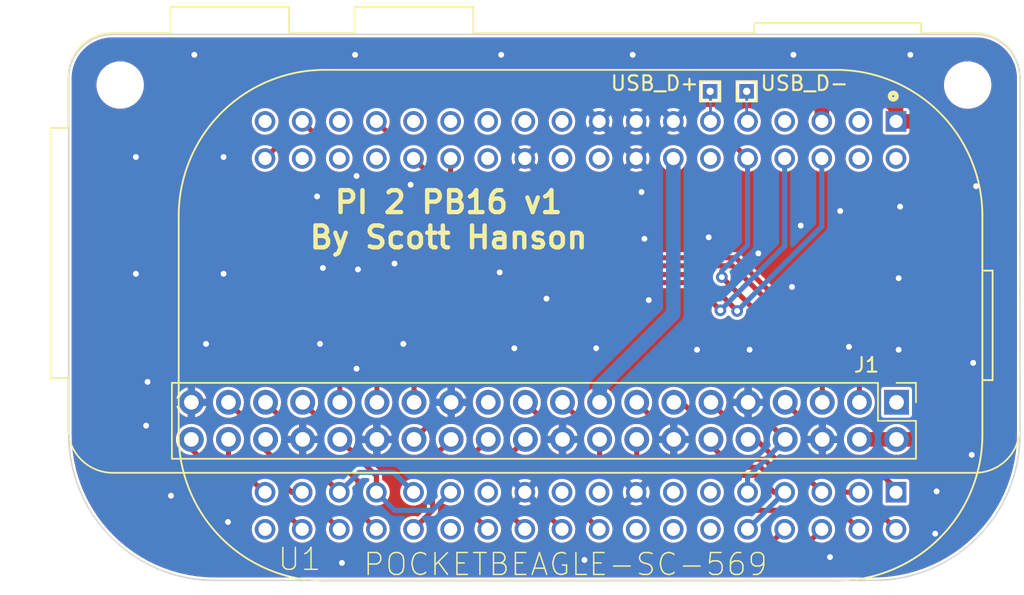
<source format=kicad_pcb>
(kicad_pcb (version 20211014) (generator pcbnew)
  (layers (0 "F.Cu" signal) (31 "B.Cu" signal) (34 "B.Paste" user) (35 "F.Paste" user) (36 "B.SilkS" user "B.Silkscreen") (37 "F.SilkS" user "F.Silkscreen") (38 "B.Mask" user) (39 "F.Mask" user) (44 "Edge.Cuts" user))
  (net 0 "")
  (net 2 "+5V")
  (net 3 "GND")
  (net 4 "+3V3")
  (net 5 "BTN1")
  (net 6 "BTN2")
  (net 8 "OUT18")
  (net 9 "DATA1")
  (net 10 "OUT17")
  (net 11 "DATA2")
  (net 12 "OUT20")
  (net 13 "DATA3")
  (net 14 "OUT19")
  (net 15 "DATA4")
  (net 17 "DATA5")
  (net 19 "DATA6")
  (net 20 "DATA7")
  (net 22 "DATA8")
  (net 29 "DATA10")
  (net 30 "DATA9")
  (net 31 "DATA12")
  (net 32 "DATA11")
  (net 33 "DATA13")
  (net 34 "DATA14")
  (net 35 "DATA15")
  (net 36 "DATA16")
  (net 51 "USB_D+")
  (net 52 "USB_D-")
  (net 57 "TXD1")
  (net 58 "I2C_SDA")
  (net 59 "I2C_SCL")
  (net 60 "V1_D13")
  (net 61 "V1_D16")
  (footprint "TestPoint:TestPoint_THTPad_1.0x1.0mm_Drill0.5mm" (layer "F.Cu") (at 179.8 41.5)
    (fp_text reference "TP1")
    (fp_text value "USB_D-" (at 3.95 -0.55) (layer "F.SilkS"))
    (fp_line (start -0.7 -0.7) (end 0.7 -0.7) (layer "F.SilkS") (width 0.12))
    (fp_line (start 0.7 -0.7) (end 0.7 0.7) (layer "F.SilkS") (width 0.12))
    (fp_line (start -0.7 0.7) (end -0.7 -0.7) (layer "F.SilkS") (width 0.12))
    (fp_line (start 0.7 0.7) (end -0.7 0.7) (layer "F.SilkS") (width 0.12))
    (pad "1" thru_hole rect (at 0 0) (size 1 1) (drill 0.5) (layers *.Cu *.Mask) (net 52 "USB_D-"))
  )
  (footprint "POCKETBEAGLE-SC-569:BEAGLE_POCKETBEAGLE-SC-569" (layer "F.Cu") (at 168.43 57.53 -90)
    (fp_text reference "U1" (at 16.02 19.23 180) (layer "F.SilkS") (effects (font (size 1.5 1.5) (thickness 0.1))))
    (fp_text value "POCKETBEAGLE-SC-569" (at 16.37 1.03 180) (layer "F.SilkS") (effects (font (size 1.5 1.5) (thickness 0.1))))
    (fp_line (start -3.75 -27.6) (end -3.75 -28.2) (layer "F.SilkS") (width 0.127))
    (fp_line (start -17.5 17.5) (end -17.5 -17.5) (layer "F.SilkS") (width 0.127))
    (fp_line (start 17.5 -17.5) (end 17.5 17.5) (layer "F.SilkS") (width 0.127))
    (fp_line (start 3.75 -28.2) (end 3.75 -27.6) (layer "F.SilkS") (width 0.127))
    (fp_line (start 7.5 27.5) (end -7.5 27.5) (layer "F.SilkS") (width 0.127))
    (fp_line (start -3.75 -28.2) (end 3.75 -28.2) (layer "F.SilkS") (width 0.127))
    (fp_line (start -7.5 -27.5) (end 7.5 -27.5) (layer "F.SilkS") (width 0.127))
    (fp_arc (start -7.5 27.5) (mid -14.571068 24.571068) (end -17.5 17.5) (layer "F.SilkS") (width 0.127))
    (fp_arc (start 17.5 17.5) (mid 14.571068 24.571068) (end 7.5 27.5) (layer "F.SilkS") (width 0.127))
    (fp_arc (start -17.5 -17.5) (mid -14.571068 -24.571068) (end -7.5 -27.5) (layer "F.SilkS") (width 0.127))
    (fp_arc (start 7.5 -27.5) (mid 14.571068 -24.571068) (end 17.5 -17.5) (layer "F.SilkS") (width 0.127))
    (fp_circle (center -15.7 -21.4) (end -15.4764 -21.4) (layer "F.SilkS") (width 0.3048) (fill none))
    (pad "P1_1" thru_hole rect locked (at -13.97 -21.59 270) (size 1.408 1.408) (drill 0.9) (layers *.Cu *.Mask) (net 2 "+5V"))
    (pad "P1_2" thru_hole circle locked (at -11.43 -21.59 270) (size 1.408 1.408) (drill 0.9) (layers *.Cu *.Mask))
    (pad "P1_3" thru_hole circle locked (at -13.97 -19.05 270) (size 1.408 1.408) (drill 0.9) (layers *.Cu *.Mask))
    (pad "P1_4" thru_hole circle locked (at -11.43 -19.05 270) (size 1.408 1.408) (drill 0.9) (layers *.Cu *.Mask))
    (pad "P1_5" thru_hole circle locked (at -13.97 -16.51 270) (size 1.408 1.408) (drill 0.9) (layers *.Cu *.Mask) (net 2 "+5V"))
    (pad "P1_6" thru_hole circle locked (at -11.43 -16.51 270) (size 1.408 1.408) (drill 0.9) (layers *.Cu *.Mask) (net 5 "BTN1"))
    (pad "P1_7" thru_hole circle locked (at -13.97 -13.97 270) (size 1.408 1.408) (drill 0.9) (layers *.Cu *.Mask))
    (pad "P1_8" thru_hole circle locked (at -11.43 -13.97 270) (size 1.408 1.408) (drill 0.9) (layers *.Cu *.Mask) (net 6 "BTN2"))
    (pad "P1_9" thru_hole circle locked (at -13.97 -11.43 270) (size 1.408 1.408) (drill 0.9) (layers *.Cu *.Mask) (net 52 "USB_D-"))
    (pad "P1_10" thru_hole circle locked (at -11.43 -11.43 270) (size 1.408 1.408) (drill 0.9) (layers *.Cu *.Mask) (net 57 "TXD1"))
    (pad "P1_11" thru_hole circle locked (at -13.97 -8.89 270) (size 1.408 1.408) (drill 0.9) (layers *.Cu *.Mask) (net 51 "USB_D+"))
    (pad "P1_12" thru_hole circle locked (at -11.43 -8.89 270) (size 1.408 1.408) (drill 0.9) (layers *.Cu *.Mask))
    (pad "P1_13" thru_hole circle locked (at -13.97 -6.35 270) (size 1.408 1.408) (drill 0.9) (layers *.Cu *.Mask) (net 3 "GND"))
    (pad "P1_14" thru_hole circle locked (at -11.43 -6.35 270) (size 1.408 1.408) (drill 0.9) (layers *.Cu *.Mask) (net 4 "+3V3"))
    (pad "P1_15" thru_hole circle locked (at -13.97 -3.81 270) (size 1.408 1.408) (drill 0.9) (layers *.Cu *.Mask) (net 3 "GND"))
    (pad "P1_16" thru_hole circle locked (at -11.43 -3.81 270) (size 1.408 1.408) (drill 0.9) (layers *.Cu *.Mask) (net 3 "GND"))
    (pad "P1_17" thru_hole circle locked (at -13.97 -1.27 270) (size 1.408 1.408) (drill 0.9) (layers *.Cu *.Mask) (net 3 "GND"))
    (pad "P1_18" thru_hole circle locked (at -11.43 -1.27 270) (size 1.408 1.408) (drill 0.9) (layers *.Cu *.Mask))
    (pad "P1_19" thru_hole circle locked (at -13.97 1.27 270) (size 1.408 1.408) (drill 0.9) (layers *.Cu *.Mask))
    (pad "P1_20" thru_hole circle locked (at -11.43 1.27 270) (size 1.408 1.408) (drill 0.9) (layers *.Cu *.Mask))
    (pad "P1_21" thru_hole circle locked (at -13.97 3.81 270) (size 1.408 1.408) (drill 0.9) (layers *.Cu *.Mask))
    (pad "P1_22" thru_hole circle locked (at -11.43 3.81 270) (size 1.408 1.408) (drill 0.9) (layers *.Cu *.Mask) (net 3 "GND"))
    (pad "P1_23" thru_hole circle locked (at -13.97 6.35 270) (size 1.408 1.408) (drill 0.9) (layers *.Cu *.Mask))
    (pad "P1_24" thru_hole circle locked (at -11.43 6.35 270) (size 1.408 1.408) (drill 0.9) (layers *.Cu *.Mask))
    (pad "P1_25" thru_hole circle locked (at -13.97 8.89 270) (size 1.408 1.408) (drill 0.9) (layers *.Cu *.Mask))
    (pad "P1_26" thru_hole circle locked (at -11.43 8.89 270) (size 1.408 1.408) (drill 0.9) (layers *.Cu *.Mask) (net 58 "I2C_SDA"))
    (pad "P1_27" thru_hole circle locked (at -13.97 11.43 270) (size 1.408 1.408) (drill 0.9) (layers *.Cu *.Mask))
    (pad "P1_28" thru_hole circle locked (at -11.43 11.43 270) (size 1.408 1.408) (drill 0.9) (layers *.Cu *.Mask) (net 59 "I2C_SCL"))
    (pad "P1_29" thru_hole circle locked (at -13.97 13.97 270) (size 1.408 1.408) (drill 0.9) (layers *.Cu *.Mask) (net 60 "V1_D13"))
    (pad "P1_30" thru_hole circle locked (at -11.43 13.97 270) (size 1.408 1.408) (drill 0.9) (layers *.Cu *.Mask))
    (pad "P1_31" thru_hole circle locked (at -13.97 16.51 270) (size 1.408 1.408) (drill 0.9) (layers *.Cu *.Mask))
    (pad "P1_32" thru_hole circle locked (at -11.43 16.51 270) (size 1.408 1.408) (drill 0.9) (layers *.Cu *.Mask))
    (pad "P1_33" thru_hole circle locked (at -13.97 19.05 270) (size 1.408 1.408) (drill 0.9) (layers *.Cu *.Mask) (net 61 "V1_D16"))
    (pad "P1_34" thru_hole circle locked (at -11.43 19.05 270) (size 1.408 1.408) (drill 0.9) (layers *.Cu *.Mask))
    (pad "P1_35" thru_hole circle locked (at -13.97 21.59 270) (size 1.408 1.408) (drill 0.9) (layers *.Cu *.Mask))
    (pad "P1_36" thru_hole circle locked (at -11.43 21.59 270) (size 1.408 1.408) (drill 0.9) (layers *.Cu *.Mask) (net 57 "TXD1"))
    (pad "P2_1" thru_hole rect locked (at 11.43 -21.59 270) (size 1.408 1.408) (drill 0.9) (layers *.Cu *.Mask) (net 36 "DATA16"))
    (pad "P2_2" thru_hole circle locked (at 13.97 -21.59 270) (size 1.408 1.408) (drill 0.9) (layers *.Cu *.Mask) (net 35 "DATA15"))
    (pad "P2_3" thru_hole circle locked (at 11.43 -19.05 270) (size 1.408 1.408) (drill 0.9) (layers *.Cu *.Mask) (net 34 "DATA14"))
    (pad "P2_4" thru_hole circle locked (at 13.97 -19.05 270) (size 1.408 1.408) (drill 0.9) (layers *.Cu *.Mask) (net 33 "DATA13"))
    (pad "P2_5" thru_hole circle locked (at 11.43 -16.51 270) (size 1.408 1.408) (drill 0.9) (layers *.Cu *.Mask) (net 32 "DATA11"))
    (pad "P2_6" thru_hole circle locked (at 13.97 -16.51 270) (size 1.408 1.408) (drill 0.9) (layers *.Cu *.Mask) (net 31 "DATA12"))
    (pad "P2_7" thru_hole circle locked (at 11.43 -13.97 270) (size 1.408 1.408) (drill 0.9) (layers *.Cu *.Mask) (net 30 "DATA9"))
    (pad "P2_8" thru_hole circle locked (at 13.97 -13.97 270) (size 1.408 1.408) (drill 0.9) (layers *.Cu *.Mask) (net 29 "DATA10"))
    (pad "P2_9" thru_hole circle locked (at 11.43 -11.43 270) (size 1.408 1.408) (drill 0.9) (layers *.Cu *.Mask) (net 57 "TXD1"))
    (pad "P2_10" thru_hole circle locked (at 13.97 -11.43 270) (size 1.408 1.408) (drill 0.9) (layers *.Cu *.Mask) (net 30 "DATA9"))
    (pad "P2_11" thru_hole circle locked (at 11.43 -8.89 270) (size 1.408 1.408) (drill 0.9) (layers *.Cu *.Mask))
    (pad "P2_12" thru_hole circle locked (at 13.97 -8.89 270) (size 1.408 1.408) (drill 0.9) (layers *.Cu *.Mask))
    (pad "P2_13" thru_hole circle locked (at 11.43 -6.35 270) (size 1.408 1.408) (drill 0.9) (layers *.Cu *.Mask))
    (pad "P2_14" thru_hole circle locked (at 13.97 -6.35 270) (size 1.408 1.408) (drill 0.9) (layers *.Cu *.Mask))
    (pad "P2_15" thru_hole circle locked (at 11.43 -3.81 270) (size 1.408 1.408) (drill 0.9) (layers *.Cu *.Mask) (net 3 "GND"))
    (pad "P2_16" thru_hole circle locked (at 13.97 -3.81 270) (size 1.408 1.408) (drill 0.9) (layers *.Cu *.Mask))
    (pad "P2_17" thru_hole circle locked (at 11.43 -1.27 270) (size 1.408 1.408) (drill 0.9) (layers *.Cu *.Mask))
    (pad "P2_18" thru_hole circle locked (at 13.97 -1.27 270) (size 1.408 1.408) (drill 0.9) (layers *.Cu *.Mask) (net 22 "DATA8"))
    (pad "P2_19" thru_hole circle locked (at 11.43 1.27 270) (size 1.408 1.408) (drill 0.9) (layers *.Cu *.Mask))
    (pad "P2_20" thru_hole circle locked (at 13.97 1.27 270) (size 1.408 1.408) (drill 0.9) (layers *.Cu *.Mask) (net 20 "DATA7"))
    (pad "P2_21" thru_hole circle locked (at 11.43 3.81 270) (size 1.408 1.408) (drill 0.9) (layers *.Cu *.Mask) (net 3 "GND"))
    (pad "P2_22" thru_hole circle locked (at 13.97 3.81 270) (size 1.408 1.408) (drill 0.9) (layers *.Cu *.Mask) (net 19 "DATA6"))
    (pad "P2_23" thru_hole circle locked (at 11.43 6.35 270) (size 1.408 1.408) (drill 0.9) (layers *.Cu *.Mask))
    (pad "P2_24" thru_hole circle locked (at 13.97 6.35 270) (size 1.408 1.408) (drill 0.9) (layers *.Cu *.Mask) (net 17 "DATA5"))
    (pad "P2_25" thru_hole circle locked (at 11.43 8.89 270) (size 1.408 1.408) (drill 0.9) (layers *.Cu *.Mask) (net 14 "OUT19"))
    (pad "P2_26" thru_hole circle locked (at 13.97 8.89 270) (size 1.408 1.408) (drill 0.9) (layers *.Cu *.Mask))
    (pad "P2_27" thru_hole circle locked (at 11.43 11.43 270) (size 1.408 1.408) (drill 0.9) (layers *.Cu *.Mask) (net 12 "OUT20"))
    (pad "P2_28" thru_hole circle locked (at 13.97 11.43 270) (size 1.408 1.408) (drill 0.9) (layers *.Cu *.Mask) (net 15 "DATA4"))
    (pad "P2_29" thru_hole circle locked (at 11.43 13.97 270) (size 1.408 1.408) (drill 0.9) (layers *.Cu *.Mask) (net 14 "OUT19"))
    (pad "P2_30" thru_hole circle locked (at 13.97 13.97 270) (size 1.408 1.408) (drill 0.9) (layers *.Cu *.Mask) (net 13 "DATA3"))
    (pad "P2_31" thru_hole circle locked (at 11.43 16.51 270) (size 1.408 1.408) (drill 0.9) (layers *.Cu *.Mask) (net 12 "OUT20"))
    (pad "P2_32" thru_hole circle locked (at 13.97 16.51 270) (size 1.408 1.408) (drill 0.9) (layers *.Cu *.Mask) (net 11 "DATA2"))
    (pad "P2_33" thru_hole circle locked (at 11.43 19.05 270) (size 1.408 1.408) (drill 0.9) (layers *.Cu *.Mask) (net 10 "OUT17"))
    (pad "P2_34" thru_hole circle locked (at 13.97 19.05 270) (size 1.408 1.408) (drill 0.9) (layers *.Cu *.Mask) (net 9 "DATA1"))
    (pad "P2_35" thru_hole circle locked (at 11.43 21.59 270) (size 1.408 1.408) (drill 0.9) (layers *.Cu *.Mask) (net 8 "OUT18"))
    (pad "P2_36" thru_hole circle locked (at 13.97 21.59 270) (size 1.408 1.408) (drill 0.9) (layers *.Cu *.Mask))
  )
  (footprint "TestPoint:TestPoint_THTPad_1.0x1.0mm_Drill0.5mm" (layer "F.Cu") (at 177.3 41.5)
    (fp_text reference "TP2")
    (fp_text value "USB_D+" (at -3.8 -0.55) (layer "F.SilkS"))
    (fp_line (start -0.7 0.7) (end -0.7 -0.7) (layer "F.SilkS") (width 0.12))
    (fp_line (start 0.7 0.7) (end -0.7 0.7) (layer "F.SilkS") (width 0.12))
    (fp_line (start 0.7 -0.7) (end 0.7 0.7) (layer "F.SilkS") (width 0.12))
    (fp_line (start -0.7 -0.7) (end 0.7 -0.7) (layer "F.SilkS") (width 0.12))
    (pad "1" thru_hole rect (at 0 0) (size 1 1) (drill 0.5) (layers *.Cu *.Mask) (net 51 "USB_D+"))
  )
  (footprint "Module:Raspberry_Pi_Zero_Socketed_THT_FaceDown_MountingHoles" (layer "B.Cu") (at 190.055 62.8 90)
    (fp_text reference "J1" (at 2.555 -2.055) (layer "F.SilkS"))
    (fp_text value "Raspberry_Pi_2_3")
    (fp_line (start 25.29 -28.97) (end 25.29 -9.74) (layer "F.SilkS") (width 0.12))
    (fp_line (start 18.79 -57.89) (end 18.79 -56.69) (layer "F.SilkS") (width 0.12))
    (fp_line (start 25.29 -9.74) (end 25.99 -9.74) (layer "F.SilkS") (width 0.12))
    (fp_line (start -3.87 1.33) (end -3.87 -49.59) (layer "F.SilkS") (width 0.12))
    (fp_line (start 27.09 -28.97) (end 25.29 -28.97) (layer "F.SilkS") (width 0.12))
    (fp_line (start 25.99 -9.74) (end 25.99 1.68) (layer "F.SilkS") (width 0.12))
    (fp_line (start 18.79 -56.69) (end 22.23 -56.69) (layer "F.SilkS") (width 0.12))
    (fp_line (start 1.67 -57.89) (end 18.79 -57.89) (layer "F.SilkS") (width 0.12))
    (fp_line (start -3.87 -49.59) (end 1.33 -49.59) (layer "F.SilkS") (width 0.12))
    (fp_line (start 25.99 1.68) (end 25.29 1.68) (layer "F.SilkS") (width 0.12))
    (fp_line (start 25.29 -53.63) (end 25.29 -49.69) (layer "F.SilkS") (width 0.12))
    (fp_line (start 25.29 -49.69) (end 27.09 -49.69) (layer "F.SilkS") (width 0.12))
    (fp_line (start 27.09 -37.09) (end 27.09 -28.97) (layer "F.SilkS") (width 0.12))
    (fp_line (start 1.33 1.33) (end 1.33 0) (layer "F.SilkS") (width 0.12))
    (fp_line (start -1.77 8.43) (end 22.23 8.43) (layer "F.SilkS") (width 0.12))
    (fp_line (start 0 1.33) (end 1.33 1.33) (layer "F.SilkS") (width 0.12))
    (fp_line (start 27.09 -41.57) (end 25.29 -41.57) (layer "F.SilkS") (width 0.12))
    (fp_line (start 25.29 -41.57) (end 25.29 -37.09) (layer "F.SilkS") (width 0.12))
    (fp_line (start 27.09 -49.69) (end 27.09 -41.57) (layer "F.SilkS") (width 0.12))
    (fp_line (start -4.83 -53.63) (end -4.83 5.37) (layer "F.SilkS") (width 0.12))
    (fp_line (start -3.87 1.33) (end -1.27 1.33) (layer "F.SilkS") (width 0.12))
    (fp_line (start 1.67 -56.69) (end 1.67 -57.89) (layer "F.SilkS") (width 0.12))
    (fp_line (start 1.67 -56.69) (end -1.77 -56.69) (layer "F.SilkS") (width 0.12))
    (fp_line (start -1.27 -1.27) (end 1.33 -1.27) (layer "F.SilkS") (width 0.12))
    (fp_line (start -1.27 1.33) (end -1.27 -1.27) (layer "F.SilkS") (width 0.12))
    (fp_line (start 1.33 -1.27) (end 1.33 -49.59) (layer "F.SilkS") (width 0.12))
    (fp_line (start 25.29 1.68) (end 25.29 5.37) (layer "F.SilkS") (width 0.12))
    (fp_line (start 25.29 -37.09) (end 27.09 -37.09) (layer "F.SilkS") (width 0.12))
    (fp_arc (start -1.77 8.43) (mid -3.933747 7.533747) (end -4.83 5.37) (layer "F.SilkS") (width 0.12))
    (fp_arc (start -4.83 -53.63) (mid -3.933747 -55.793747) (end -1.77 -56.69) (layer "F.SilkS") (width 0.12))
    (fp_arc (start 22.23 -56.69) (mid 24.393747 -55.793747) (end 25.29 -53.63) (layer "F.SilkS") (width 0.12))
    (fp_arc (start 25.29 5.37) (mid 24.393747 7.533747) (end 22.23 8.43) (layer "F.SilkS") (width 0.12))
    (pad "" np_thru_hole circle (at 21.73 -53.13) (size 2.75 2.75) (drill 2.75) (layers *.Cu *.Mask))
    (pad "" np_thru_hole circle (at 21.73 4.87) (size 2.75 2.75) (drill 2.75) (layers *.Cu *.Mask))
    (pad "1" thru_hole rect (at 0 0 90) (size 1.7 1.7) (drill 1) (layers *.Cu *.Mask))
    (pad "2" thru_hole oval (at -2.54 0 90) (size 1.7 1.7) (drill 1) (layers *.Cu *.Mask) (net 2 "+5V"))
    (pad "3" thru_hole oval (at 0 -2.54 90) (size 1.7 1.7) (drill 1) (layers *.Cu *.Mask) (net 58 "I2C_SDA"))
    (pad "4" thru_hole oval (at -2.54 -2.54 90) (size 1.7 1.7) (drill 1) (layers *.Cu *.Mask) (net 2 "+5V"))
    (pad "5" thru_hole oval (at 0 -5.08 90) (size 1.7 1.7) (drill 1) (layers *.Cu *.Mask) (net 59 "I2C_SCL"))
    (pad "6" thru_hole oval (at -2.54 -5.08 90) (size 1.7 1.7) (drill 1) (layers *.Cu *.Mask) (net 3 "GND"))
    (pad "7" thru_hole oval (at 0 -7.62 90) (size 1.7 1.7) (drill 1) (layers *.Cu *.Mask) (net 36 "DATA16"))
    (pad "8" thru_hole oval (at -2.54 -7.62 90) (size 1.7 1.7) (drill 1) (layers *.Cu *.Mask) (net 57 "TXD1"))
    (pad "9" thru_hole oval (at 0 -10.16 90) (size 1.7 1.7) (drill 1) (layers *.Cu *.Mask) (net 3 "GND"))
    (pad "10" thru_hole oval (at -2.54 -10.16 90) (size 1.7 1.7) (drill 1) (layers *.Cu *.Mask) (net 35 "DATA15"))
    (pad "11" thru_hole oval (at 0 -12.7 90) (size 1.7 1.7) (drill 1) (layers *.Cu *.Mask) (net 34 "DATA14"))
    (pad "12" thru_hole oval (at -2.54 -12.7 90) (size 1.7 1.7) (drill 1) (layers *.Cu *.Mask) (net 32 "DATA11"))
    (pad "13" thru_hole oval (at 0 -15.24 90) (size 1.7 1.7) (drill 1) (layers *.Cu *.Mask) (net 30 "DATA9"))
    (pad "14" thru_hole oval (at -2.54 -15.24 90) (size 1.7 1.7) (drill 1) (layers *.Cu *.Mask) (net 3 "GND"))
    (pad "15" thru_hole oval (at 0 -17.78 90) (size 1.7 1.7) (drill 1) (layers *.Cu *.Mask) (net 33 "DATA13"))
    (pad "16" thru_hole oval (at -2.54 -17.78 90) (size 1.7 1.7) (drill 1) (layers *.Cu *.Mask) (net 29 "DATA10"))
    (pad "17" thru_hole oval (at 0 -20.32 90) (size 1.7 1.7) (drill 1) (layers *.Cu *.Mask) (net 4 "+3V3"))
    (pad "18" thru_hole oval (at -2.54 -20.32 90) (size 1.7 1.7) (drill 1) (layers *.Cu *.Mask) (net 31 "DATA12"))
    (pad "19" thru_hole oval (at 0 -22.86 90) (size 1.7 1.7) (drill 1) (layers *.Cu *.Mask) (net 22 "DATA8"))
    (pad "20" thru_hole oval (at -2.54 -22.86 90) (size 1.7 1.7) (drill 1) (layers *.Cu *.Mask) (net 3 "GND"))
    (pad "21" thru_hole oval (at 0 -25.4 90) (size 1.7 1.7) (drill 1) (layers *.Cu *.Mask) (net 20 "DATA7"))
    (pad "22" thru_hole oval (at -2.54 -25.4 90) (size 1.7 1.7) (drill 1) (layers *.Cu *.Mask) (net 19 "DATA6"))
    (pad "23" thru_hole oval (at 0 -27.94 90) (size 1.7 1.7) (drill 1) (layers *.Cu *.Mask))
    (pad "24" thru_hole oval (at -2.54 -27.94 90) (size 1.7 1.7) (drill 1) (layers *.Cu *.Mask) (net 17 "DATA5"))
    (pad "25" thru_hole oval (at 0 -30.48 90) (size 1.7 1.7) (drill 1) (layers *.Cu *.Mask) (net 3 "GND"))
    (pad "26" thru_hole oval (at -2.54 -30.48 90) (size 1.7 1.7) (drill 1) (layers *.Cu *.Mask) (net 15 "DATA4"))
    (pad "27" thru_hole oval (at 0 -33.02 90) (size 1.7 1.7) (drill 1) (layers *.Cu *.Mask) (net 5 "BTN1"))
    (pad "28" thru_hole oval (at -2.54 -33.02 90) (size 1.7 1.7) (drill 1) (layers *.Cu *.Mask) (net 6 "BTN2"))
    (pad "29" thru_hole oval (at 0 -35.56 90) (size 1.7 1.7) (drill 1) (layers *.Cu *.Mask) (net 60 "V1_D13"))
    (pad "30" thru_hole oval (at -2.54 -35.56 90) (size 1.7 1.7) (drill 1) (layers *.Cu *.Mask) (net 3 "GND"))
    (pad "31" thru_hole oval (at 0 -38.1 90) (size 1.7 1.7) (drill 1) (layers *.Cu *.Mask) (net 61 "V1_D16"))
    (pad "32" thru_hole oval (at -2.54 -38.1 90) (size 1.7 1.7) (drill 1) (layers *.Cu *.Mask) (net 14 "OUT19"))
    (pad "33" thru_hole oval (at 0 -40.64 90) (size 1.7 1.7) (drill 1) (layers *.Cu *.Mask) (net 13 "DATA3"))
    (pad "34" thru_hole oval (at -2.54 -40.64 90) (size 1.7 1.7) (drill 1) (layers *.Cu *.Mask) (net 3 "GND"))
    (pad "35" thru_hole oval (at 0 -43.18 90) (size 1.7 1.7) (drill 1) (layers *.Cu *.Mask) (net 12 "OUT20"))
    (pad "36" thru_hole oval (at -2.54 -43.18 90) (size 1.7 1.7) (drill 1) (layers *.Cu *.Mask) (net 11 "DATA2"))
    (pad "37" thru_hole oval (at 0 -45.72 90) (size 1.7 1.7) (drill 1) (layers *.Cu *.Mask) (net 10 "OUT17"))
    (pad "38" thru_hole oval (at -2.54 -45.72 90) (size 1.7 1.7) (drill 1) (layers *.Cu *.Mask) (net 8 "OUT18"))
    (pad "39" thru_hole oval (at 0 -48.26 90) (size 1.7 1.7) (drill 1) (layers *.Cu *.Mask) (net 3 "GND"))
    (pad "40" thru_hole oval (at -2.54 -48.26 90) (size 1.7 1.7) (drill 1) (layers *.Cu *.Mask) (net 9 "DATA1"))
  )
  (gr_line (start 195.4 37.6) (end 136.4 37.6) (layer "Edge.Cuts") (width 0.1))
  (gr_arc (start 143.4 75) (mid 136.328932 72.071068) (end 133.4 65) (layer "Edge.Cuts") (width 0.1))
  (gr_line (start 198.5 65) (end 198.501666 40.6) (layer "Edge.Cuts") (width 0.1))
  (gr_arc (start 198.5 65) (mid 195.571068 72.071068) (end 188.5 75) (layer "Edge.Cuts") (width 0.1))
  (gr_arc (start 195.4 37.6) (mid 197.586844 38.442436) (end 198.501666 40.6) (layer "Edge.Cuts") (width 0.1))
  (gr_line (start 143.4 75) (end 188.5 75) (layer "Edge.Cuts") (width 0.1))
  (gr_arc (start 133.4 40.701666) (mid 134.242436 38.514822) (end 136.4 37.6) (layer "Edge.Cuts") (width 0.1))
  (gr_line (start 133.4 40.701666) (end 133.4 65) (layer "Edge.Cuts") (width 0.1))
  (gr_text "PI 2 PB16 v1\nBy Scott Hanson" (at 159.4 50.3) (layer "F.SilkS") (effects (font (size 1.5 1.5) (thickness 0.3))))
  (segment (start 192.8 44.5) (end 191.86 43.56) (width 1) (layer "F.Cu") (net 2))
  (segment (start 185.8 41.8) (end 184.94 42.66) (width 1) (layer "F.Cu") (net 2))
  (segment (start 184.94 42.66) (end 184.94 43.56) (width 1) (layer "F.Cu") (net 2))
  (segment (start 189.2 41.8) (end 185.8 41.8) (width 1) (layer "F.Cu") (net 2))
  (segment (start 190.02 43.56) (end 190.02 42.62) (width 1) (layer "F.Cu") (net 2))
  (segment (start 192.8 63.7) (end 192.8 44.5) (width 1) (layer "F.Cu") (net 2))
  (segment (start 191.86 43.56) (end 190.02 43.56) (width 1) (layer "F.Cu") (net 2))
  (segment (start 190.02 42.62) (end 189.2 41.8) (width 1) (layer "F.Cu") (net 2))
  (segment (start 191.16 65.34) (end 192.8 63.7) (width 1) (layer "F.Cu") (net 2))
  (segment (start 187.515 65.34) (end 191.16 65.34) (width 1) (layer "F.Cu") (net 2))
  (via (at 142 39) (size 0.8) (drill 0.4) (layers "F.Cu" "B.Cu") (net 3))
  (via (at 192.7 71.8) (size 0.8) (drill 0.4) (layers "F.Cu" "B.Cu") (net 3))
  (via (at 195.2 66.4) (size 0.8) (drill 0.4) (layers "F.Cu" "B.Cu") (net 3))
  (via (at 153 39) (size 0.8) (drill 0.4) (layers "F.Cu" "B.Cu") (net 3))
  (via (at 183 39) (size 0.8) (drill 0.4) (layers "F.Cu" "B.Cu") (net 3))
  (via (at 156.3 58.8) (size 0.8) (drill 0.4) (layers "F.Cu" "B.Cu") (net 3))
  (via (at 169.5 59.1) (size 0.8) (drill 0.4) (layers "F.Cu" "B.Cu") (net 3))
  (via (at 190.2 54.3) (size 0.8) (drill 0.4) (layers "F.Cu" "B.Cu") (net 3))
  (via (at 186.8 59) (size 0.8) (drill 0.4) (layers "F.Cu" "B.Cu") (net 3))
  (via (at 162.9 53.9) (size 0.8) (drill 0.4) (layers "F.Cu" "B.Cu") (net 3))
  (via (at 173.1 55.8) (size 0.8) (drill 0.4) (layers "F.Cu" "B.Cu") (net 3))
  (via (at 138.7 64.4) (size 0.8) (drill 0.4) (layers "F.Cu" "B.Cu") (net 3))
  (via (at 152.1 73.8) (size 0.8) (drill 0.4) (layers "F.Cu" "B.Cu") (net 3))
  (via (at 150.8 53.6) (size 0.8) (drill 0.4) (layers "F.Cu" "B.Cu") (net 3))
  (via (at 185.5 73.4) (size 0.8) (drill 0.4) (layers "F.Cu" "B.Cu") (net 3))
  (via (at 180 59.2) (size 0.8) (drill 0.4) (layers "F.Cu" "B.Cu") (net 3))
  (via (at 176.4 59.2) (size 0.8) (drill 0.4) (layers "F.Cu" "B.Cu") (net 3))
  (via (at 166.1 55.7) (size 0.8) (drill 0.4) (layers "F.Cu" "B.Cu") (net 3))
  (via (at 153.1 60.5) (size 0.8) (drill 0.4) (layers "F.Cu" "B.Cu") (net 3))
  (via (at 150.6 58.8) (size 0.8) (drill 0.4) (layers "F.Cu" "B.Cu") (net 3))
  (via (at 195.5 48) (size 0.8) (drill 0.4) (layers "F.Cu" "B.Cu") (net 3))
  (via (at 144.3 71) (size 0.8) (drill 0.4) (layers "F.Cu" "B.Cu") (net 3))
  (via (at 163.9 59.1) (size 0.8) (drill 0.4) (layers "F.Cu" "B.Cu") (net 3))
  (via (at 172 39) (size 0.8) (drill 0.4) (layers "F.Cu" "B.Cu") (net 3))
  (via (at 156.8 47.9) (size 0.8) (drill 0.4) (layers "F.Cu" "B.Cu") (net 3))
  (via (at 163 39) (size 0.8) (drill 0.4) (layers "F.Cu" "B.Cu") (net 3))
  (via (at 168.7 73.6) (size 0.8) (drill 0.4) (layers "F.Cu" "B.Cu") (net 3))
  (via (at 192.8 68.9) (size 0.8) (drill 0.4) (layers "F.Cu" "B.Cu") (net 3))
  (via (at 186.2 49.7) (size 0.8) (drill 0.4) (layers "F.Cu" "B.Cu") (net 3))
  (via (at 150.4 48.7) (size 0.8) (drill 0.4) (layers "F.Cu" "B.Cu") (net 3))
  (via (at 138 46) (size 0.8) (drill 0.4) (layers "F.Cu" "B.Cu") (net 3))
  (via (at 190.2 59.2) (size 0.8) (drill 0.4) (layers "F.Cu" "B.Cu") (net 3))
  (via (at 138 54) (size 0.8) (drill 0.4) (layers "F.Cu" "B.Cu") (net 3))
  (via (at 155.7 53.3) (size 0.8) (drill 0.4) (layers "F.Cu" "B.Cu") (net 3))
  (via (at 172.8 51.6) (size 0.8) (drill 0.4) (layers "F.Cu" "B.Cu") (net 3))
  (via (at 191 39) (size 0.8) (drill 0.4) (layers "F.Cu" "B.Cu") (net 3))
  (via (at 190.3 49.4) (size 0.8) (drill 0.4) (layers "F.Cu" "B.Cu") (net 3))
  (via (at 140.4 69.2) (size 0.8) (drill 0.4) (layers "F.Cu" "B.Cu") (net 3))
  (via (at 144 54) (size 0.8) (drill 0.4) (layers "F.Cu" "B.Cu") (net 3))
  (via (at 177.2 51.5) (size 0.8) (drill 0.4) (layers "F.Cu" "B.Cu") (net 3))
  (via (at 195.3 60.1) (size 0.8) (drill 0.4) (layers "F.Cu" "B.Cu") (net 3))
  (via (at 144 46) (size 0.8) (drill 0.4) (layers "F.Cu" "B.Cu") (net 3))
  (via (at 172.6 48.4) (size 0.8) (drill 0.4) (layers "F.Cu" "B.Cu") (net 3))
  (via (at 138.8 61.4) (size 0.8) (drill 0.4) (layers "F.Cu" "B.Cu") (net 3))
  (via (at 142.8 58.8) (size 0.8) (drill 0.4) (layers "F.Cu" "B.Cu") (net 3))
  (via (at 183.5 50.7) (size 0.8) (drill 0.4) (layers "F.Cu" "B.Cu") (net 3))
  (via (at 153.2 53.7) (size 0.8) (drill 0.4) (layers "F.Cu" "B.Cu") (net 3))
  (via (at 182.9 54.9) (size 0.8) (drill 0.4) (layers "F.Cu" "B.Cu") (net 3))
  (via (at 153.1 47.3) (size 0.8) (drill 0.4) (layers "F.Cu" "B.Cu") (net 3))
  (via (at 180.6 52.6) (size 0.8) (drill 0.4) (layers "F.Cu" "B.Cu") (net 3))
  (segment (start 169.735 61.765) (end 174.78 56.72) (width 1) (layer "B.Cu") (net 4))
  (segment (start 169.735 62.8) (end 169.735 61.765) (width 1) (layer "B.Cu") (net 4))
  (segment (start 174.78 56.72) (end 174.78 46.1) (width 1) (layer "B.Cu") (net 4))
  (segment (start 157.035 62.8) (end 157.035 61.597919) (width 0.35) (layer "F.Cu") (net 5))
  (segment (start 164.582429 54.05049) (end 176.652122 54.05049) (width 0.35) (layer "F.Cu") (net 5))
  (segment (start 176.652122 54.05049) (end 179.148471 56.546839) (width 0.35) (layer "F.Cu") (net 5))
  (segment (start 157.035 61.597919) (end 164.582429 54.05049) (width 0.35) (layer "F.Cu") (net 5))
  (via (at 179.148471 56.546839) (size 0.8) (drill 0.4) (layers "F.Cu" "B.Cu") (net 5))
  (segment (start 184.94 46.1) (end 184.94 50.75531) (width 0.35) (layer "B.Cu") (net 5))
  (segment (start 184.94 50.75531) (end 179.148471 56.546839) (width 0.35) (layer "B.Cu") (net 5))
  (segment (start 158.350489 61.74779) (end 165.498279 54.6) (width 0.35) (layer "F.Cu") (net 6))
  (segment (start 176.1 54.6) (end 178 56.5) (width 0.35) (layer "F.Cu") (net 6))
  (segment (start 158.350489 64.024511) (end 158.350489 61.74779) (width 0.35) (layer "F.Cu") (net 6))
  (segment (start 157.035 65.34) (end 158.350489 64.024511) (width 0.35) (layer "F.Cu") (net 6))
  (segment (start 165.498279 54.6) (end 176.1 54.6) (width 0.35) (layer "F.Cu") (net 6))
  (via (at 178 56.5) (size 0.8) (drill 0.4) (layers "F.Cu" "B.Cu") (net 6))
  (segment (start 182.4 46.1) (end 182.4 52.1) (width 0.35) (layer "B.Cu") (net 6))
  (segment (start 182.4 52.1) (end 178 56.5) (width 0.35) (layer "B.Cu") (net 6))
  (segment (start 146.84 68.96) (end 146.76 68.96) (width 0.35) (layer "F.Cu") (net 8))
  (segment (start 144.335 66.535) (end 144.335 65.34) (width 0.35) (layer "F.Cu") (net 8))
  (segment (start 146.76 68.96) (end 144.335 66.535) (width 0.35) (layer "F.Cu") (net 8))
  (segment (start 145.997919 70.2) (end 148.08 70.2) (width 0.35) (layer "F.Cu") (net 9))
  (segment (start 141.795 65.997081) (end 145.997919 70.2) (width 0.35) (layer "F.Cu") (net 9))
  (segment (start 148.08 70.2) (end 149.38 71.5) (width 0.35) (layer "F.Cu") (net 9))
  (segment (start 141.795 65.34) (end 141.795 65.997081) (width 0.35) (layer "F.Cu") (net 9))
  (segment (start 145.650489 66.250489) (end 145.650489 64.115489) (width 0.35) (layer "F.Cu") (net 10))
  (segment (start 149.38 68.96) (end 148.66 68.96) (width 0.35) (layer "F.Cu") (net 10))
  (segment (start 145.650489 64.115489) (end 144.335 62.8) (width 0.35) (layer "F.Cu") (net 10))
  (segment (start 148.66 68.96) (end 147 67.3) (width 0.35) (layer "F.Cu") (net 10))
  (segment (start 146.7 67.3) (end 145.650489 66.250489) (width 0.35) (layer "F.Cu") (net 10))
  (segment (start 147 67.3) (end 146.7 67.3) (width 0.35) (layer "F.Cu") (net 10))
  (segment (start 150.6 68.52) (end 150.6 70.18) (width 0.35) (layer "F.Cu") (net 11))
  (segment (start 146.875 66.075) (end 148.3 67.5) (width 0.35) (layer "F.Cu") (net 11))
  (segment (start 148.3 67.5) (end 149.58 67.5) (width 0.35) (layer "F.Cu") (net 11))
  (segment (start 149.58 67.5) (end 150.6 68.52) (width 0.35) (layer "F.Cu") (net 11))
  (segment (start 150.6 70.18) (end 151.92 71.5) (width 0.35) (layer "F.Cu") (net 11))
  (segment (start 146.875 64.795) (end 146.875 66.075) (width 0.35) (layer "F.Cu") (net 11))
  (segment (start 148.9 66.9) (end 148.190489 66.190489) (width 0.35) (layer "F.Cu") (net 12))
  (segment (start 148.190489 66.190489) (end 148.190489 64.115489) (width 0.35) (layer "F.Cu") (net 12))
  (segment (start 151.92 68.96) (end 149.86 66.9) (width 0.35) (layer "F.Cu") (net 12))
  (segment (start 148.190489 64.115489) (end 146.875 62.8) (width 0.35) (layer "F.Cu") (net 12))
  (segment (start 149.86 66.9) (end 148.9 66.9) (width 0.35) (layer "F.Cu") (net 12))
  (segment (start 151.92 68.96) (end 153.28 67.6) (width 0.35) (layer "B.Cu") (net 12))
  (segment (start 155.64 67.6) (end 157 68.96) (width 0.35) (layer "B.Cu") (net 12))
  (segment (start 153.28 67.6) (end 155.64 67.6) (width 0.35) (layer "B.Cu") (net 12))
  (segment (start 150.730489 64.115489) (end 150.730489 66.330489) (width 0.35) (layer "F.Cu") (net 13))
  (segment (start 150.730489 66.330489) (end 151.8 67.4) (width 0.35) (layer "F.Cu") (net 13))
  (segment (start 149.415 62.8) (end 150.730489 64.115489) (width 0.35) (layer "F.Cu") (net 13))
  (segment (start 153.2 68.2) (end 153.2 70.24) (width 0.35) (layer "F.Cu") (net 13))
  (segment (start 153.2 70.24) (end 154.46 71.5) (width 0.35) (layer "F.Cu") (net 13))
  (segment (start 151.8 67.4) (end 152.4 67.4) (width 0.35) (layer "F.Cu") (net 13))
  (segment (start 152.4 67.4) (end 153.2 68.2) (width 0.35) (layer "F.Cu") (net 13))
  (segment (start 154.46 67.845) (end 151.955 65.34) (width 0.35) (layer "F.Cu") (net 14))
  (segment (start 154.46 68.96) (end 154.46 67.845) (width 0.35) (layer "F.Cu") (net 14))
  (segment (start 158.3 70.2) (end 159.54 68.96) (width 0.35) (layer "B.Cu") (net 14))
  (segment (start 154.46 68.96) (end 155.7 70.2) (width 0.35) (layer "B.Cu") (net 14))
  (segment (start 155.7 70.2) (end 158.3 70.2) (width 0.35) (layer "B.Cu") (net 14))
  (segment (start 158.3 70.2) (end 157 71.5) (width 0.35) (layer "F.Cu") (net 15))
  (segment (start 159.575 65.34) (end 158.3 66.615) (width 0.35) (layer "F.Cu") (net 15))
  (segment (start 158.3 66.615) (end 158.3 70.2) (width 0.35) (layer "F.Cu") (net 15))
  (segment (start 161.001489 70.421489) (end 161.001489 66.453511) (width 0.35) (layer "F.Cu") (net 17))
  (segment (start 161.001489 66.453511) (end 162.115 65.34) (width 0.35) (layer "F.Cu") (net 17))
  (segment (start 162.08 71.5) (end 161.001489 70.421489) (width 0.35) (layer "F.Cu") (net 17))
  (segment (start 163.541489 70.421489) (end 164.62 71.5) (width 0.35) (layer "F.Cu") (net 19))
  (segment (start 163.541489 66.453511) (end 163.541489 70.421489) (width 0.35) (layer "F.Cu") (net 19))
  (segment (start 164.655 65.34) (end 163.541489 66.453511) (width 0.35) (layer "F.Cu") (net 19))
  (segment (start 165.879511 70.219511) (end 167.16 71.5) (width 0.35) (layer "F.Cu") (net 20))
  (segment (start 164.655 62.8) (end 165.879511 64.024511) (width 0.35) (layer "F.Cu") (net 20))
  (segment (start 165.879511 64.024511) (end 165.879511 70.219511) (width 0.35) (layer "F.Cu") (net 20))
  (segment (start 168.419511 70.219511) (end 168.419511 64.024511) (width 0.35) (layer "F.Cu") (net 22))
  (segment (start 169.7 71.5) (end 168.419511 70.219511) (width 0.35) (layer "F.Cu") (net 22))
  (segment (start 168.419511 64.024511) (end 167.195 62.8) (width 0.35) (layer "F.Cu") (net 22))
  (segment (start 173.5 67.767081) (end 172.275 66.542081) (width 0.35) (layer "F.Cu") (net 29))
  (segment (start 172.275 66.542081) (end 172.275 65.34) (width 0.35) (layer "F.Cu") (net 29))
  (segment (start 182.4 71.5) (end 181.149511 72.750489) (width 0.35) (layer "F.Cu") (net 29))
  (segment (start 173.950489 72.750489) (end 173.5 72.3) (width 0.35) (layer "F.Cu") (net 29))
  (segment (start 181.149511 72.750489) (end 173.950489 72.750489) (width 0.35) (layer "F.Cu") (net 29))
  (segment (start 173.5 72.3) (end 173.5 67.767081) (width 0.35) (layer "F.Cu") (net 29))
  (segment (start 176.130489 63.570489) (end 174.815 62.255) (width 0.35) (layer "F.Cu") (net 30))
  (segment (start 182.4 68.96) (end 181.672623 68.96) (width 0.35) (layer "F.Cu") (net 30))
  (segment (start 180.512623 67.8) (end 177.7 67.8) (width 0.35) (layer "F.Cu") (net 30))
  (segment (start 177.7 67.8) (end 176.130489 66.230489) (width 0.35) (layer "F.Cu") (net 30))
  (segment (start 176.130489 66.230489) (end 176.130489 63.570489) (width 0.35) (layer "F.Cu") (net 30))
  (segment (start 181.672623 68.96) (end 180.512623 67.8) (width 0.35) (layer "F.Cu") (net 30))
  (segment (start 182.4 68.96) (end 179.86 71.5) (width 0.35) (layer "B.Cu") (net 30))
  (segment (start 172 73.3) (end 183.14 73.3) (width 0.35) (layer "F.Cu") (net 31))
  (segment (start 170.9 68.2025) (end 170.9 72.2) (width 0.35) (layer "F.Cu") (net 31))
  (segment (start 183.14 73.3) (end 184.94 71.5) (width 0.35) (layer "F.Cu") (net 31))
  (segment (start 169.735 67.0375) (end 170.9 68.2025) (width 0.35) (layer "F.Cu") (net 31))
  (segment (start 169.735 65.34) (end 169.735 67.0375) (width 0.35) (layer "F.Cu") (net 31))
  (segment (start 170.9 72.2) (end 172 73.3) (width 0.35) (layer "F.Cu") (net 31))
  (segment (start 178.872384 67.24951) (end 177.355 65.732126) (width 0.35) (layer "F.Cu") (net 32))
  (segment (start 183.779022 67.799022) (end 181.314972 67.799021) (width 0.35) (layer "F.Cu") (net 32))
  (segment (start 181.314972 67.799021) (end 180.765462 67.249511) (width 0.35) (layer "F.Cu") (net 32))
  (segment (start 184.94 68.96) (end 183.779022 67.799022) (width 0.35) (layer "F.Cu") (net 32))
  (segment (start 180.765462 67.249511) (end 178.872384 67.24951) (width 0.35) (layer "F.Cu") (net 32))
  (segment (start 177.355 65.732126) (end 177.355 64.795) (width 0.35) (layer "F.Cu") (net 32))
  (segment (start 176.7 70.2) (end 176 69.5) (width 0.35) (layer "F.Cu") (net 33))
  (segment (start 176 68.2) (end 175.3 67.5) (width 0.35) (layer "F.Cu") (net 33))
  (segment (start 174.4 67.5) (end 173.590489 66.690489) (width 0.35) (layer "F.Cu") (net 33))
  (segment (start 187.48 71.5) (end 186.18 70.2) (width 0.35) (layer "F.Cu") (net 33))
  (segment (start 175.3 67.5) (end 174.4 67.5) (width 0.35) (layer "F.Cu") (net 33))
  (segment (start 186.18 70.2) (end 176.7 70.2) (width 0.35) (layer "F.Cu") (net 33))
  (segment (start 173.590489 66.690489) (end 173.590489 64.115489) (width 0.35) (layer "F.Cu") (net 33))
  (segment (start 173.590489 64.115489) (end 172.275 62.8) (width 0.35) (layer "F.Cu") (net 33))
  (segment (start 176 69.5) (end 176 68.2) (width 0.35) (layer "F.Cu") (net 33))
  (segment (start 186.56 68.96) (end 187.48 68.96) (width 0.35) (layer "F.Cu") (net 34))
  (segment (start 184.849511 67.249511) (end 186.56 68.96) (width 0.35) (layer "F.Cu") (net 34))
  (segment (start 179.3 66.7) (end 180.993077 66.7) (width 0.35) (layer "F.Cu") (net 34))
  (segment (start 178.6 66) (end 179.3 66.7) (width 0.35) (layer "F.Cu") (net 34))
  (segment (start 178.6 64.045) (end 178.6 66) (width 0.35) (layer "F.Cu") (net 34))
  (segment (start 181.542588 67.249511) (end 184.849511 67.249511) (width 0.35) (layer "F.Cu") (net 34))
  (segment (start 177.355 62.8) (end 178.6 64.045) (width 0.35) (layer "F.Cu") (net 34))
  (segment (start 180.993077 66.7) (end 181.542588 67.249511) (width 0.35) (layer "F.Cu") (net 34))
  (segment (start 188.8 68.5) (end 188 67.7) (width 0.35) (layer "F.Cu") (net 35))
  (segment (start 190.02 71.5) (end 188.8 70.28) (width 0.35) (layer "F.Cu") (net 35))
  (segment (start 186.511437 67.7) (end 185.511437 66.7) (width 0.35) (layer "F.Cu") (net 35))
  (segment (start 181.8 66.7) (end 180.44 65.34) (width 0.35) (layer "F.Cu") (net 35))
  (segment (start 185.511437 66.7) (end 181.8 66.7) (width 0.35) (layer "F.Cu") (net 35))
  (segment (start 180.44 65.34) (end 179.895 65.34) (width 0.35) (layer "F.Cu") (net 35))
  (segment (start 188.8 70.28) (end 188.8 68.5) (width 0.35) (layer "F.Cu") (net 35))
  (segment (start 188 67.7) (end 186.511437 67.7) (width 0.35) (layer "F.Cu") (net 35))
  (segment (start 188.450489 67.150489) (end 187.250489 67.150489) (width 0.35) (layer "F.Cu") (net 36))
  (segment (start 190.02 68.96) (end 190.02 68.72) (width 0.35) (layer "F.Cu") (net 36))
  (segment (start 185.48221 64.024511) (end 183.659511 64.024511) (width 0.35) (layer "F.Cu") (net 36))
  (segment (start 186.2 66.1) (end 186.2 64.742301) (width 0.35) (layer "F.Cu") (net 36))
  (segment (start 187.250489 67.150489) (end 186.2 66.1) (width 0.35) (layer "F.Cu") (net 36))
  (segment (start 183.659511 64.024511) (end 182.435 62.8) (width 0.35) (layer "F.Cu") (net 36))
  (segment (start 190.02 68.72) (end 188.450489 67.150489) (width 0.35) (layer "F.Cu") (net 36))
  (segment (start 186.2 64.742301) (end 185.48221 64.024511) (width 0.35) (layer "F.Cu") (net 36))
  (segment (start 177.32 41.52) (end 177.3 41.5) (width 0.2) (layer "B.Cu") (net 51))
  (segment (start 177.32 43.56) (end 177.32 41.52) (width 0.2) (layer "B.Cu") (net 51))
  (segment (start 179.8 41.5) (end 179.8 43.5) (width 0.2) (layer "B.Cu") (net 52))
  (segment (start 179.8 43.5) (end 179.86 43.56) (width 0.2) (layer "B.Cu") (net 52))
  (segment (start 181.210489 64.115489) (end 181.210489 57.3345) (width 0.35) (layer "F.Cu") (net 57))
  (segment (start 148.6 42.4) (end 178 42.4) (width 0.35) (layer "F.Cu") (net 57))
  (segment (start 148.1 44.84) (end 148.1 42.9) (width 0.35) (layer "F.Cu") (net 57))
  (segment (start 146.84 46.1) (end 148.1 44.84) (width 0.35) (layer "F.Cu") (net 57))
  (segment (start 182.435 65.34) (end 181.210489 64.115489) (width 0.35) (layer "F.Cu") (net 57))
  (segment (start 178 42.4) (end 178.6 43) (width 0.35) (layer "F.Cu") (net 57))
  (segment (start 178.6 43) (end 178.6 44.84) (width 0.35) (layer "F.Cu") (net 57))
  (segment (start 148.1 42.9) (end 148.6 42.4) (width 0.35) (layer "F.Cu") (net 57))
  (segment (start 178.6 44.84) (end 179.86 46.1) (width 0.35) (layer "F.Cu") (net 57))
  (segment (start 181.210489 57.3345) (end 178.1 54.224011) (width 0.35) (layer "F.Cu") (net 57))
  (via (at 178.1 54.224011) (size 0.8) (drill 0.4) (layers "F.Cu" "B.Cu") (net 57))
  (segment (start 179.86 68.96) (end 179.86 67.94) (width 0.35) (layer "B.Cu") (net 57))
  (segment (start 179.86 67.94) (end 182.435 65.365) (width 0.35) (layer "B.Cu") (net 57))
  (segment (start 182.435 65.365) (end 182.435 65.34) (width 0.35) (layer "B.Cu") (net 57))
  (segment (start 178.1 53.8) (end 178.1 54.224011) (width 0.35) (layer "B.Cu") (net 57))
  (segment (start 179.86 46.1) (end 179.86 52.04) (width 0.35) (layer "B.Cu") (net 57))
  (segment (start 179.86 52.04) (end 178.1 53.8) (width 0.35) (layer "B.Cu") (net 57))
  (segment (start 159.54 47.34) (end 165.1 52.9) (width 0.35) (layer "F.Cu") (net 58))
  (segment (start 159.54 46.1) (end 159.54 47.34) (width 0.35) (layer "F.Cu") (net 58))
  (segment (start 165.1 52.9) (end 179.054252 52.9) (width 0.35) (layer "F.Cu") (net 58))
  (segment (start 187.515 61.360748) (end 187.515 62.8) (width 0.35) (layer "F.Cu") (net 58))
  (segment (start 179.054252 52.9) (end 187.515 61.360748) (width 0.35) (layer "F.Cu") (net 58))
  (segment (start 184.975 59.597874) (end 184.975 62.8) (width 0.35) (layer "F.Cu") (net 59))
  (segment (start 164.349511 53.449511) (end 178.826637 53.449511) (width 0.35) (layer "F.Cu") (net 59))
  (segment (start 157 46.1) (end 164.349511 53.449511) (width 0.35) (layer "F.Cu") (net 59))
  (segment (start 178.826637 53.449511) (end 184.975 59.597874) (width 0.35) (layer "F.Cu") (net 59))
  (segment (start 154.495 47.905) (end 154.495 62.8) (width 0.35) (layer "F.Cu") (net 60))
  (segment (start 155.7 46.7) (end 154.495 47.905) (width 0.35) (layer "F.Cu") (net 60))
  (segment (start 155.7 44.8) (end 155.7 46.7) (width 0.35) (layer "F.Cu") (net 60))
  (segment (start 154.46 43.56) (end 155.7 44.8) (width 0.35) (layer "F.Cu") (net 60))
  (segment (start 150.7 44.88) (end 149.38 43.56) (width 0.35) (layer "F.Cu") (net 61))
  (segment (start 151.955 62.8) (end 151.955 48.255) (width 0.35) (layer "F.Cu") (net 61))
  (segment (start 151.955 48.255) (end 150.7 47) (width 0.35) (layer "F.Cu") (net 61))
  (segment (start 150.7 47) (end 150.7 44.88) (width 0.35) (layer "F.Cu") (net 61))
  (zone (net 3) (net_name "GND") (layers F&B.Cu) (connect_pads (clearance 0.208)) (min_thickness 0.254) (fill yes (thermal_gap 0.208) (thermal_bridge_width 0.508))
    (polygon (pts (xy 198.8 76) (xy 128.7 76) (xy 128.7 36) (xy 198.8 36)))
  )
)
</source>
